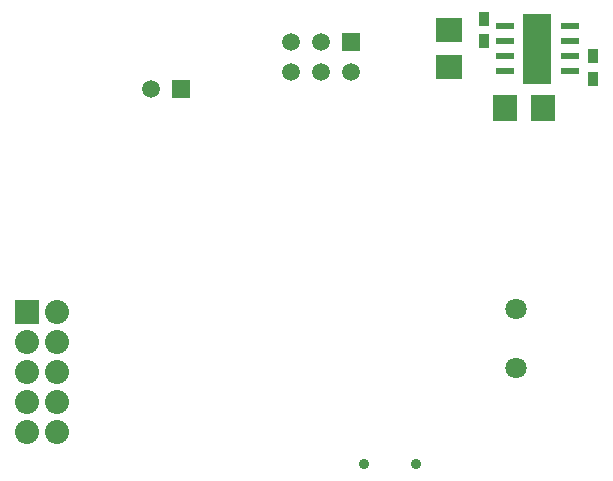
<source format=gbs>
%FSLAX25Y25*%
%MOIN*%
G70*
G01*
G75*
G04 Layer_Color=16711935*
%ADD10R,0.15748X0.11024*%
%ADD11R,0.03937X0.02362*%
%ADD12R,0.08661X0.07874*%
%ADD13R,0.03543X0.04724*%
%ADD14R,0.08268X0.01575*%
%ADD15R,0.04724X0.03543*%
%ADD16R,0.09843X0.06299*%
%ADD17R,0.09843X0.02165*%
%ADD18R,0.02165X0.09843*%
%ADD19R,0.02165X0.06890*%
%ADD20R,0.06890X0.02165*%
%ADD21R,0.03150X0.07087*%
%ADD22R,0.07874X0.11811*%
%ADD23R,0.07874X0.09843*%
%ADD24R,0.01969X0.09843*%
%ADD25R,0.06890X0.05512*%
%ADD26R,0.04331X0.05906*%
%ADD27R,0.01693X0.07087*%
%ADD28R,0.07087X0.01063*%
%ADD29C,0.03937*%
%ADD30C,0.07874*%
%ADD31C,0.01969*%
%ADD32C,0.05906*%
%ADD33C,0.03150*%
%ADD34C,0.01181*%
%ADD35C,0.01575*%
%ADD36C,0.00984*%
%ADD37C,0.02953*%
%ADD38R,0.03228X0.07126*%
%ADD39R,0.07087X0.03543*%
%ADD40R,0.07126X0.02992*%
%ADD41R,0.07126X0.03071*%
%ADD42R,0.08307X0.06654*%
%ADD43R,0.07323X0.04764*%
%ADD44R,0.08268X0.06732*%
%ADD45R,0.07559X0.04646*%
%ADD46R,0.07677X0.05827*%
%ADD47R,0.06221X0.09764*%
%ADD48R,0.05906X0.16339*%
%ADD49C,0.07087*%
%ADD50C,0.03543*%
%ADD51C,0.05906*%
%ADD52R,0.05906X0.05906*%
%ADD53C,0.08032*%
%ADD54R,0.08032X0.08032*%
%ADD55C,0.02362*%
%ADD56R,0.07874X0.08661*%
%ADD57R,0.09488X0.23622*%
%ADD58R,0.06299X0.02362*%
%ADD59C,0.02362*%
%ADD60C,0.01000*%
%ADD61C,0.00787*%
D12*
X166378Y162087D02*
D03*
Y149488D02*
D03*
D13*
X214370Y153173D02*
D03*
Y145693D02*
D03*
X178150Y158283D02*
D03*
Y165764D02*
D03*
D49*
X188858Y49173D02*
D03*
Y68858D02*
D03*
D50*
X155354Y17244D02*
D03*
X138031D02*
D03*
D51*
X67047Y142165D02*
D03*
X113661Y148150D02*
D03*
Y158150D02*
D03*
X123661Y148150D02*
D03*
Y158150D02*
D03*
X133661Y148150D02*
D03*
D52*
X77047Y142165D02*
D03*
X133661Y158150D02*
D03*
D53*
X35630Y67992D02*
D03*
Y57992D02*
D03*
Y47992D02*
D03*
Y37992D02*
D03*
Y27992D02*
D03*
X25630Y57992D02*
D03*
Y47992D02*
D03*
Y37992D02*
D03*
Y27992D02*
D03*
D54*
Y67992D02*
D03*
D56*
X197756Y136063D02*
D03*
X185158D02*
D03*
D57*
X195886Y155807D02*
D03*
D58*
X206614Y163307D02*
D03*
Y158307D02*
D03*
Y153307D02*
D03*
Y148307D02*
D03*
X185158Y163307D02*
D03*
Y158307D02*
D03*
Y153307D02*
D03*
Y148307D02*
D03*
M02*

</source>
